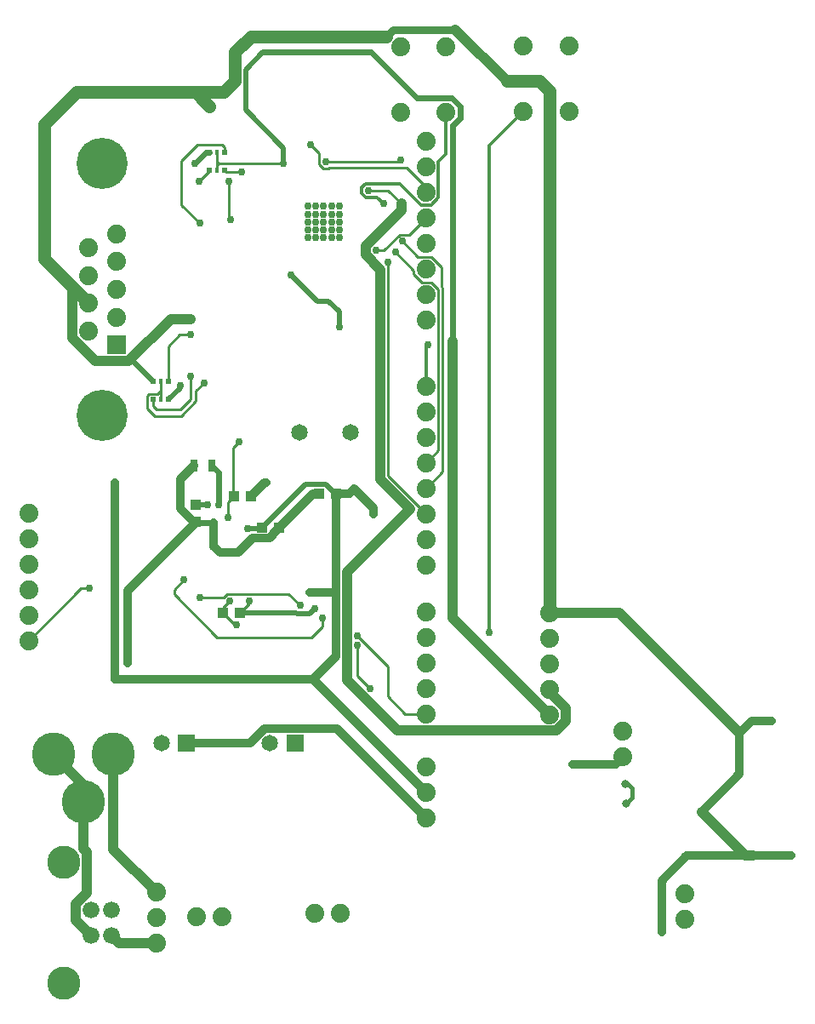
<source format=gbr>
G04 EAGLE Gerber X2 export*
%TF.Part,Single*%
%TF.FileFunction,Copper,L2,Bot,Mixed*%
%TF.FilePolarity,Positive*%
%TF.GenerationSoftware,Autodesk,EAGLE,8.6.0*%
%TF.CreationDate,2018-05-28T12:08:45Z*%
G75*
%MOMM*%
%FSLAX34Y34*%
%LPD*%
%AMOC8*
5,1,8,0,0,1.08239X$1,22.5*%
G01*
%ADD10C,1.651000*%
%ADD11R,1.651000X1.651000*%
%ADD12C,4.318000*%
%ADD13C,1.676400*%
%ADD14C,3.302000*%
%ADD15C,1.879600*%
%ADD16R,1.000000X1.100000*%
%ADD17R,1.100000X1.000000*%
%ADD18R,0.800000X1.200000*%
%ADD19C,0.762000*%
%ADD20R,0.600000X0.600000*%
%ADD21R,0.400000X0.600000*%
%ADD22R,1.879600X1.879600*%
%ADD23C,5.080000*%
%ADD24C,0.756400*%
%ADD25C,0.609600*%
%ADD26C,0.812800*%
%ADD27C,0.508000*%
%ADD28C,0.254000*%
%ADD29C,0.806400*%
%ADD30C,1.016000*%
%ADD31C,0.304800*%
%ADD32C,1.270000*%
%ADD33C,0.762000*%
%ADD34C,0.406400*%


D10*
X157363Y292100D03*
D11*
X182363Y292100D03*
D10*
X265313Y292100D03*
D11*
X290313Y292100D03*
D12*
X109695Y280353D03*
X49695Y280353D03*
X79695Y233353D03*
D13*
X107188Y100784D03*
X107188Y125784D03*
X87376Y125784D03*
X87376Y100784D03*
D14*
X60198Y53086D03*
X60198Y173482D03*
D15*
X152083Y143447D03*
X152083Y118047D03*
X152083Y92647D03*
D16*
X191135Y528565D03*
X191135Y511565D03*
D17*
X257248Y506095D03*
X274248Y506095D03*
D18*
X207755Y567690D03*
X189755Y567690D03*
D17*
X229308Y536893D03*
X246308Y536893D03*
D10*
X295085Y601091D03*
X345885Y601091D03*
D17*
X330763Y540068D03*
X313763Y540068D03*
X218513Y421323D03*
X235513Y421323D03*
D15*
X25400Y520700D03*
X25400Y495300D03*
X25400Y469900D03*
X25400Y444500D03*
X25400Y419100D03*
X25400Y393700D03*
X217488Y119063D03*
X192088Y119063D03*
X334963Y122238D03*
X309563Y122238D03*
X517589Y920115D03*
X517589Y985139D03*
X562801Y920115D03*
X562801Y985139D03*
X420688Y646875D03*
X420688Y621475D03*
X420688Y596075D03*
X420688Y570675D03*
X420688Y545275D03*
X420688Y519875D03*
X420688Y494475D03*
X420688Y469075D03*
X420688Y422275D03*
X420688Y396875D03*
X420688Y371475D03*
X420688Y346075D03*
X420688Y320675D03*
X420688Y268288D03*
X420688Y242888D03*
X420688Y217488D03*
X678434Y142240D03*
X678434Y116840D03*
X616712Y303276D03*
X616712Y277876D03*
D19*
X303022Y794258D03*
X303022Y802132D03*
X303022Y810006D03*
X303022Y817880D03*
X303022Y825754D03*
X310896Y794258D03*
X310896Y802132D03*
X310896Y810006D03*
X310896Y817880D03*
X310896Y825754D03*
X318770Y794258D03*
X318770Y802132D03*
X318770Y810006D03*
X318770Y817880D03*
X318770Y825754D03*
X326644Y794258D03*
X326644Y802132D03*
X326644Y810006D03*
X326644Y817880D03*
X326644Y825754D03*
X334518Y794258D03*
X334518Y802132D03*
X334518Y810006D03*
X334518Y817880D03*
X334518Y825754D03*
D20*
X220352Y879712D03*
D21*
X212852Y879712D03*
D20*
X205352Y879712D03*
X220352Y861712D03*
D21*
X212852Y861712D03*
D20*
X205352Y861712D03*
X163964Y651366D03*
D21*
X156464Y651366D03*
D20*
X148964Y651366D03*
X163964Y633366D03*
D21*
X156464Y633366D03*
D20*
X148964Y633366D03*
D15*
X395224Y919226D03*
X395224Y984250D03*
X440436Y919226D03*
X440436Y984250D03*
D22*
X112752Y687550D03*
D15*
X112752Y715250D03*
X112752Y742950D03*
X112752Y770650D03*
X112752Y798350D03*
X84352Y701450D03*
X84352Y729150D03*
X84352Y756750D03*
X84352Y784450D03*
D23*
X98552Y617950D03*
X98552Y867950D03*
D15*
X420688Y890270D03*
X420688Y864870D03*
X420688Y839470D03*
X420688Y814070D03*
X420688Y788670D03*
X420688Y763270D03*
X420688Y737870D03*
X420688Y712470D03*
X543814Y320040D03*
X543814Y345440D03*
X543814Y370840D03*
X543814Y396240D03*
X543814Y421640D03*
D24*
X209550Y511175D03*
D25*
X191525Y511175D01*
X191135Y511565D01*
D24*
X123825Y371475D03*
D26*
X123825Y443475D01*
X191525Y511175D01*
D27*
X209550Y511175D02*
X209550Y512779D01*
D26*
X189852Y567690D02*
X189755Y567690D01*
X274248Y506095D02*
X308220Y540068D01*
X313763Y540068D01*
X268336Y498780D02*
X265062Y495507D01*
X268336Y500183D02*
X274248Y506095D01*
X268336Y500183D02*
X268336Y498780D01*
X247857Y495507D02*
X233363Y481013D01*
X247857Y495507D02*
X265062Y495507D01*
X233363Y481013D02*
X215900Y481013D01*
X209550Y487363D01*
X209550Y511175D01*
D24*
X244475Y433388D03*
D28*
X244475Y430285D01*
X235513Y421323D01*
D27*
X291482Y421323D01*
X292025Y420779D01*
X304892Y420779D01*
X309563Y425450D01*
D24*
X309563Y425450D03*
D29*
X655320Y103886D03*
D26*
X655320Y154940D01*
X680212Y179832D01*
X745998Y179832D01*
X784098Y179832D01*
X784352Y179832D01*
D29*
X784098Y179832D03*
X695198Y223266D03*
D26*
X732790Y260858D01*
X732790Y301752D02*
X744982Y313944D01*
X764286Y313944D01*
X764540Y313690D01*
X732790Y301752D02*
X732790Y260858D01*
D29*
X764540Y313690D03*
D26*
X189755Y567690D02*
X176276Y554211D01*
X176276Y525018D01*
X190119Y511175D01*
X191525Y511175D01*
D24*
X321056Y870204D03*
X395224Y871474D03*
D28*
X393954Y870204D01*
X321056Y870204D01*
D24*
X237236Y859790D03*
D28*
X222274Y859790D01*
X220352Y861712D01*
D30*
X612902Y421640D02*
X732790Y301752D01*
X612902Y421640D02*
X543814Y421640D01*
X695198Y223266D02*
X738632Y179832D01*
X745998Y179832D01*
D24*
X483362Y401828D03*
D31*
X483362Y885889D01*
X517589Y920115D01*
D32*
X543814Y940054D02*
X543814Y421640D01*
X543814Y940054D02*
X533654Y950214D01*
X501142Y950214D01*
D33*
X388070Y1001522D02*
X381212Y994664D01*
D32*
X246380Y994664D01*
D30*
X449834Y1001522D02*
X501142Y950214D01*
D33*
X449834Y1001522D02*
X388070Y1001522D01*
D32*
X191008Y939292D02*
X72644Y939292D01*
X40386Y907034D01*
X40386Y773116D02*
X84352Y729150D01*
X40386Y773116D02*
X40386Y907034D01*
X191008Y939292D02*
X204978Y925322D01*
X204978Y925068D01*
D24*
X204978Y925068D03*
X190500Y868680D03*
D25*
X201532Y879712D01*
X205352Y879712D01*
D30*
X68350Y745152D02*
X40386Y773116D01*
X166569Y713232D02*
X184658Y713232D01*
X185928Y713232D01*
X68350Y694822D02*
X68350Y745152D01*
X124885Y671548D02*
X166569Y713232D01*
X91624Y671548D02*
X68350Y694822D01*
X91624Y671548D02*
X124885Y671548D01*
D27*
X128782Y671548D01*
X148964Y651366D01*
D24*
X175768Y646938D03*
D27*
X175768Y645170D01*
X163964Y633366D01*
D24*
X184658Y713232D03*
D30*
X49695Y280353D02*
X79695Y250353D01*
X79695Y233353D01*
X79695Y186673D01*
X83312Y183056D01*
X83312Y142913D01*
X72390Y131991D01*
X72390Y115770D01*
X87376Y100784D01*
D32*
X191008Y939292D02*
X219710Y939292D01*
X230632Y950214D01*
X230632Y978916D02*
X246380Y994664D01*
X230632Y978916D02*
X230632Y950214D01*
D30*
X107188Y100784D02*
X115326Y92647D01*
X152083Y92647D01*
X109695Y185834D02*
X109695Y280353D01*
X109695Y185834D02*
X152083Y143447D01*
D26*
X182363Y292100D02*
X245736Y292100D01*
X259579Y305943D01*
X332232Y305943D01*
X420688Y217488D01*
D24*
X202883Y528638D03*
D27*
X202810Y528565D01*
X191135Y528565D01*
D26*
X245673Y537528D02*
X246308Y536893D01*
D24*
X242888Y504825D03*
D27*
X255978Y504825D01*
X257248Y506095D01*
D26*
X307975Y355600D02*
X420688Y242888D01*
X307975Y355600D02*
X111125Y355600D01*
X111125Y550863D01*
X307975Y355600D02*
X330763Y378388D01*
X330763Y441325D01*
X330763Y540068D01*
X344805Y540068D01*
X349250Y544513D01*
D24*
X349250Y544513D03*
D26*
X368300Y525463D01*
X368300Y519113D01*
D24*
X368300Y519113D03*
X111125Y550863D03*
X261938Y550863D03*
D26*
X260278Y550863D01*
X246308Y536893D01*
D27*
X330010Y540068D02*
X330763Y540068D01*
X330010Y540068D02*
X320946Y549132D01*
X300284Y549132D02*
X257248Y506095D01*
X300284Y549132D02*
X320946Y549132D01*
D24*
X304800Y441325D03*
D26*
X330763Y441325D01*
D24*
X214313Y528638D03*
D25*
X214313Y561133D02*
X207755Y567690D01*
X214313Y561133D02*
X214313Y528638D01*
D24*
X223838Y515938D03*
D28*
X228795Y536380D02*
X229308Y536893D01*
X228795Y536380D02*
X223838Y531423D01*
X223838Y515938D01*
X228795Y536380D02*
X228795Y585593D01*
X234442Y591240D01*
X234442Y591312D01*
D24*
X234442Y591312D03*
D31*
X420688Y646875D02*
X420688Y685610D01*
X422656Y687578D01*
D24*
X422656Y687578D03*
X390144Y780034D03*
D28*
X408496Y761683D01*
X408496Y758220D01*
X416653Y750062D01*
X425738Y750062D01*
X433070Y742730D01*
X433070Y583057D02*
X420688Y570675D01*
X433070Y583057D02*
X433070Y742730D01*
D24*
X397002Y790956D03*
D28*
X412496Y775462D01*
X425738Y775462D01*
X436372Y764828D01*
X436372Y745175D02*
X437134Y744413D01*
X437134Y561721D01*
X420688Y545275D01*
X436372Y745175D02*
X436372Y764828D01*
D24*
X225425Y433388D03*
D28*
X218513Y426475D01*
X218513Y421323D01*
X230260Y409575D01*
X231775Y409575D01*
D24*
X231775Y409575D03*
X179388Y454025D03*
D28*
X169863Y444500D01*
X169863Y439738D01*
X212725Y396875D01*
X306388Y396875D02*
X317500Y407988D01*
X317500Y415925D01*
X306388Y396875D02*
X212725Y396875D01*
D24*
X317500Y415925D03*
X352425Y388938D03*
D28*
X352425Y358775D01*
X365125Y346075D01*
D24*
X365125Y346075D03*
X195263Y436563D03*
D28*
X219300Y436563D01*
X222701Y439964D01*
D24*
X295275Y428625D03*
D28*
X283937Y439964D01*
X222701Y439964D01*
D24*
X352425Y398463D03*
D28*
X382588Y368300D01*
X382588Y338138D01*
X400050Y320675D01*
X420688Y320675D01*
X77470Y445770D02*
X25400Y393700D01*
X77470Y445770D02*
X85725Y445770D01*
D24*
X85725Y445770D03*
D28*
X156464Y633366D02*
X156464Y642366D01*
X156464Y651366D01*
X143170Y624418D02*
X150368Y617220D01*
X176784Y617220D01*
D24*
X200152Y650240D03*
D28*
X191770Y641858D01*
X191770Y632206D02*
X176784Y617220D01*
X191770Y632206D02*
X191770Y641858D01*
X144807Y639160D02*
X143170Y637523D01*
X153258Y639160D02*
X156464Y642366D01*
X143170Y637523D02*
X143170Y624418D01*
X144807Y639160D02*
X153258Y639160D01*
D24*
X334518Y705358D03*
X286004Y757682D03*
D27*
X312166Y731520D01*
X323850Y731520D01*
X334518Y720852D01*
X334518Y705358D01*
D29*
X566420Y270764D03*
D26*
X609600Y270764D01*
X616712Y277876D01*
D29*
X619252Y250698D03*
X619506Y231394D03*
D34*
X619252Y250698D02*
X621538Y250698D01*
X625602Y246634D01*
X625602Y237490D01*
X619506Y231394D01*
D24*
X395986Y828548D03*
X363474Y841502D03*
D28*
X383032Y841502D02*
X395986Y828548D01*
X383032Y841502D02*
X363474Y841502D01*
D30*
X559816Y326668D02*
X559816Y313412D01*
X550442Y304038D01*
X360454Y777510D02*
X360454Y786114D01*
X375158Y762806D02*
X375158Y554268D01*
X395986Y821646D02*
X395986Y828548D01*
X360454Y777510D02*
X375158Y762806D01*
X360454Y786114D02*
X395986Y821646D01*
X375158Y554268D02*
X404686Y524741D01*
X543814Y345440D02*
X543814Y342670D01*
X559816Y326668D01*
X404686Y524741D02*
X342039Y462094D01*
X342039Y354473D01*
X392474Y304038D02*
X550442Y304038D01*
X392474Y304038D02*
X342039Y354473D01*
D24*
X278638Y868172D03*
D28*
X212852Y869950D02*
X212852Y879712D01*
X212852Y869950D02*
X212852Y866394D01*
X212852Y861712D01*
X214630Y868172D02*
X278638Y868172D01*
X214630Y868172D02*
X212852Y866394D01*
X214630Y868172D02*
X212852Y869950D01*
D30*
X447294Y416560D02*
X543814Y320040D01*
X447294Y416560D02*
X447294Y691388D01*
D27*
X278638Y868172D02*
X278638Y883920D01*
X241046Y921512D01*
X241046Y961644D01*
X258572Y979170D01*
X448564Y692658D02*
X447294Y691388D01*
D25*
X365506Y979170D02*
X258572Y979170D01*
X446223Y933196D02*
X454406Y925013D01*
X454406Y913439D01*
X446223Y933196D02*
X411480Y933196D01*
X447294Y906327D02*
X454406Y913439D01*
X447294Y906327D02*
X447294Y691388D01*
X411480Y933196D02*
X365506Y979170D01*
D24*
X226060Y812038D03*
D28*
X224282Y813816D01*
X224282Y850900D01*
D24*
X224282Y850900D03*
X195072Y850392D03*
D28*
X205352Y860672D01*
X205352Y861712D01*
D24*
X195326Y808736D03*
D28*
X177292Y826770D01*
X177292Y871220D02*
X193294Y887222D01*
X217678Y887222D01*
X220352Y884548D02*
X220352Y879712D01*
X177292Y871220D02*
X177292Y826770D01*
X220352Y884548D02*
X217678Y887222D01*
D24*
X186182Y697738D03*
D28*
X175514Y697738D01*
X163964Y686188D02*
X163964Y651366D01*
X163964Y686188D02*
X175514Y697738D01*
D24*
X185928Y656844D03*
D28*
X185928Y633730D01*
X175768Y623570D01*
X152400Y623570D01*
X148964Y627006D02*
X148964Y633366D01*
X148964Y627006D02*
X152400Y623570D01*
D24*
X305562Y886968D03*
D28*
X314480Y867480D02*
X318332Y863628D01*
X323780Y863628D01*
X314480Y878050D02*
X305562Y886968D01*
X314480Y878050D02*
X314480Y867480D01*
X323780Y863628D02*
X324514Y864362D01*
X401320Y864362D01*
X420688Y844995D01*
X420688Y839470D01*
D24*
X383032Y769874D03*
D28*
X383032Y557530D02*
X420688Y519875D01*
X383032Y557530D02*
X383032Y769874D01*
D24*
X370840Y781812D03*
D28*
X404150Y797532D02*
X420688Y814070D01*
X404150Y797532D02*
X394278Y797532D01*
X378558Y781812D02*
X370840Y781812D01*
X378558Y781812D02*
X394278Y797532D01*
D24*
X378460Y828294D03*
D31*
X425843Y827024D02*
X433134Y834315D01*
X425843Y827024D02*
X415532Y827024D01*
X360645Y848332D02*
X356644Y844331D01*
X356644Y838673D01*
X360645Y834672D01*
X372082Y834672D02*
X378460Y828294D01*
X394224Y848332D02*
X415532Y827024D01*
X394224Y848332D02*
X360645Y848332D01*
X360645Y834672D02*
X372082Y834672D01*
X433134Y834315D02*
X433134Y870025D01*
X440436Y877328D02*
X440436Y919226D01*
X440436Y877328D02*
X433134Y870025D01*
M02*

</source>
